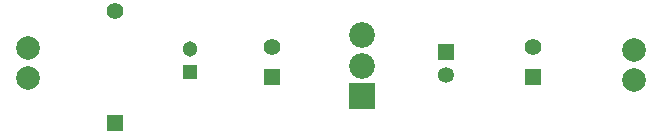
<source format=gts>
G04*
G04 #@! TF.GenerationSoftware,Altium Limited,Altium Designer,18.0.7 (293)*
G04*
G04 Layer_Color=8388736*
%FSLAX44Y44*%
%MOMM*%
G71*
G01*
G75*
%ADD13C,1.4032*%
%ADD14R,1.4032X1.4032*%
%ADD15C,2.0032*%
%ADD16C,1.3532*%
%ADD17R,1.3532X1.3532*%
%ADD18C,2.1832*%
%ADD19R,2.1832X2.1832*%
%ADD20C,1.3032*%
%ADD21R,1.3032X1.3032*%
D13*
X547370Y-85490D02*
D03*
X326390Y-85090D02*
D03*
X193040Y-54860D02*
D03*
D14*
X547370Y-110490D02*
D03*
X326390Y-110090D02*
D03*
X193040Y-149860D02*
D03*
D15*
X632460Y-87630D02*
D03*
Y-113030D02*
D03*
X119380Y-111760D02*
D03*
Y-86360D02*
D03*
D16*
X473710Y-109220D02*
D03*
D17*
Y-89220D02*
D03*
D18*
X402590Y-75360D02*
D03*
Y-100860D02*
D03*
D19*
Y-126360D02*
D03*
D20*
X256540Y-86680D02*
D03*
D21*
Y-106680D02*
D03*
M02*

</source>
